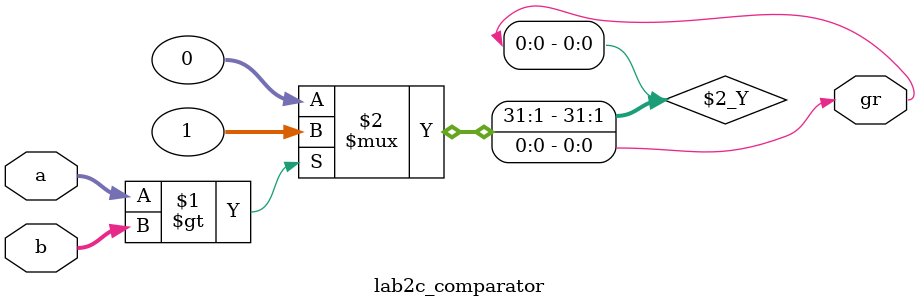
<source format=v>
module lab2c_comparator (

	input [3:0] a, b,
	output gr
);

assign gr = (a > b)? 1:0;

endmodule
</source>
